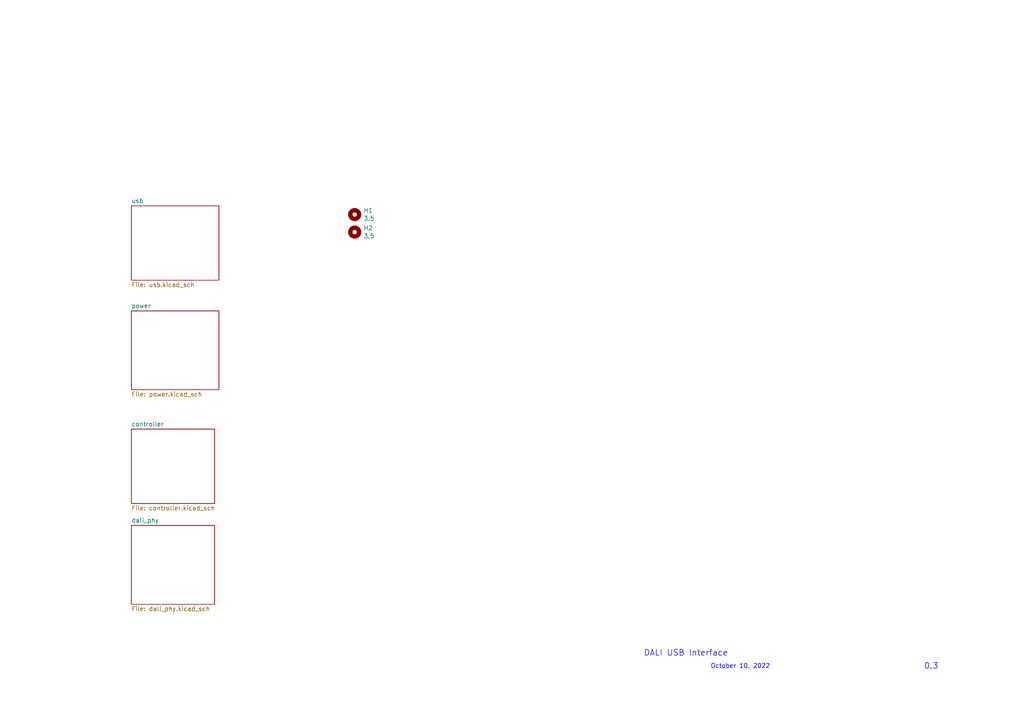
<source format=kicad_sch>
(kicad_sch (version 20211123) (generator eeschema)
  (paper "A4")
  (lib_symbols
    (symbol "Mechanical:MountingHole" (pin_names (offset 1.016))
      (property "Reference" "H" (at 0 5.08 0))
      (property "Value" "MountingHole" (at 0 3.175 0))
      (symbol "MountingHole_0_1"
        (circle (center 0 0) (radius 1.27) (stroke (width 1.27)))
      )
    )
  )
  (text "DALI USB Interface" (at 186.69 190.5 0) (effects (font (size 1.7018 1.7018)) (justify left bottom)))
  (text "October 10, 2022" (at 206.0814 194.0578 0) (effects (font (size 1.27 1.27)) (justify left bottom)))
  (text "0.3" (at 267.97 194.31 0) (effects (font (size 1.7018 1.7018)) (justify left bottom)))
  (symbol (lib_id "Mechanical:MountingHole") (at 102.87 62.23 0) (unit 1)
    (property "Reference" "H1" (at 105.41 61.0616 0) (effects (justify left)))
    (property "Value" "3.5" (at 105.41 63.373 0) (effects (justify left)))
    (property "Footprint" "MountingHole:MountingHole_3.5mm" (effects hide))
  )
  (symbol (lib_id "Mechanical:MountingHole") (at 102.87 67.31 0) (unit 1)
    (property "Reference" "H2" (at 105.41 66.1416 0) (effects (justify left)))
    (property "Value" "3.5" (at 105.41 68.453 0) (effects (justify left)))
    (property "Footprint" "MountingHole:MountingHole_3.5mm" (effects hide))
  )
  (sheet (at 38.1 90.17) (size 25.4 22.86)
    (property "Sheet name" "power" (at 38.1 89.4584 0) (effects (justify left bottom)))
    (property "Sheet file" "power.kicad_sch" (at 38.1 113.6146 0) (effects (justify left top)))
  )
  (sheet (at 38.1 124.46) (size 24.13 21.59)
    (property "Sheet name" "controller" (at 38.1 123.7484 0) (effects (justify left bottom)))
    (property "Sheet file" "controller.kicad_sch" (at 38.1 146.6346 0) (effects (justify left top)))
  )
  (sheet (at 38.1 152.4) (size 24.13 22.86)
    (property "Sheet name" "dali_phy" (at 38.1 151.6884 0) (effects (justify left bottom)))
    (property "Sheet file" "dali_phy.kicad_sch" (at 38.1 175.8446 0) (effects (justify left top)))
  )
  (sheet (at 38.1 59.69) (size 25.4 21.59)
    (property "Sheet name" "usb" (at 38.1 58.9784 0) (effects (justify left bottom)))
    (property "Sheet file" "usb.kicad_sch" (at 38.1 81.8646 0) (effects (justify left top)))
  )
)
</source>
